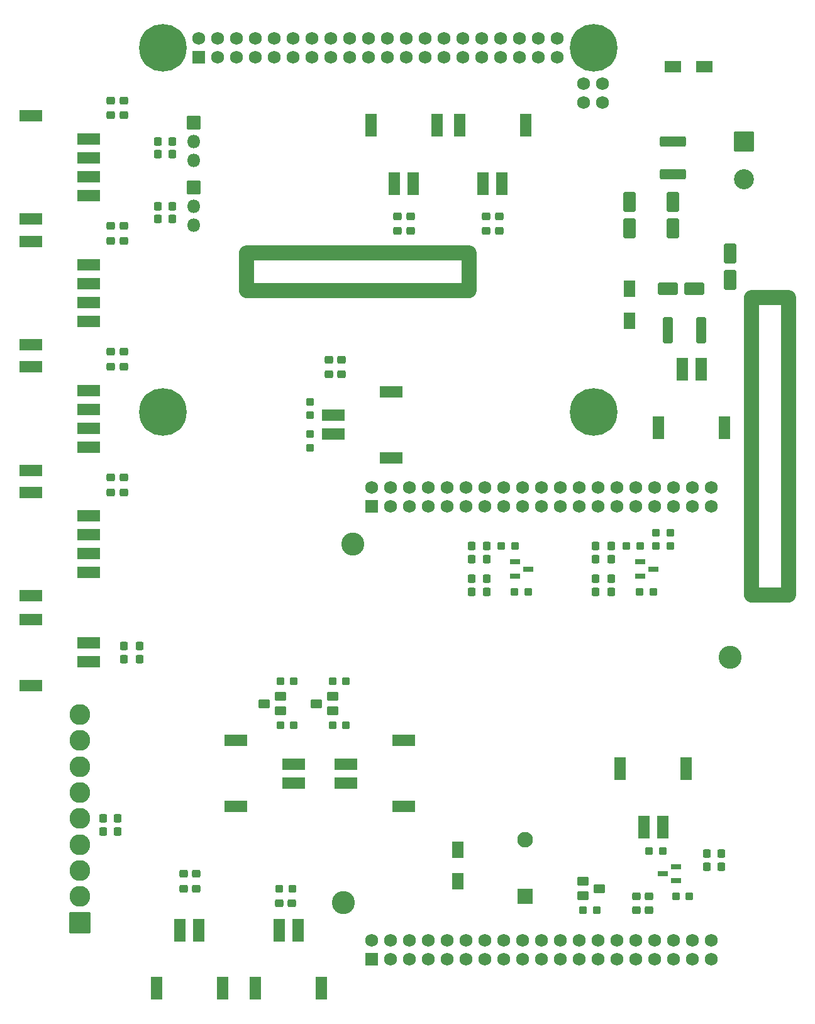
<source format=gbr>
%TF.GenerationSoftware,KiCad,Pcbnew,7.0.10-7.0.10~ubuntu22.04.1*%
%TF.CreationDate,2024-02-01T23:34:11+07:00*%
%TF.ProjectId,BFMC,42464d43-2e6b-4696-9361-645f70636258,rev?*%
%TF.SameCoordinates,Original*%
%TF.FileFunction,Soldermask,Bot*%
%TF.FilePolarity,Negative*%
%FSLAX46Y46*%
G04 Gerber Fmt 4.6, Leading zero omitted, Abs format (unit mm)*
G04 Created by KiCad (PCBNEW 7.0.10-7.0.10~ubuntu22.04.1) date 2024-02-01 23:34:11*
%MOMM*%
%LPD*%
G01*
G04 APERTURE LIST*
G04 Aperture macros list*
%AMRoundRect*
0 Rectangle with rounded corners*
0 $1 Rounding radius*
0 $2 $3 $4 $5 $6 $7 $8 $9 X,Y pos of 4 corners*
0 Add a 4 corners polygon primitive as box body*
4,1,4,$2,$3,$4,$5,$6,$7,$8,$9,$2,$3,0*
0 Add four circle primitives for the rounded corners*
1,1,$1+$1,$2,$3*
1,1,$1+$1,$4,$5*
1,1,$1+$1,$6,$7*
1,1,$1+$1,$8,$9*
0 Add four rect primitives between the rounded corners*
20,1,$1+$1,$2,$3,$4,$5,0*
20,1,$1+$1,$4,$5,$6,$7,0*
20,1,$1+$1,$6,$7,$8,$9,0*
20,1,$1+$1,$8,$9,$2,$3,0*%
G04 Aperture macros list end*
%ADD10C,2.000000*%
%ADD11RoundRect,0.262900X0.262900X-0.275400X0.262900X0.275400X-0.262900X0.275400X-0.262900X-0.275400X0*%
%ADD12RoundRect,0.262900X-0.262900X0.275400X-0.262900X-0.275400X0.262900X-0.275400X0.262900X0.275400X0*%
%ADD13RoundRect,0.050800X1.350000X-1.350000X1.350000X1.350000X-1.350000X1.350000X-1.350000X-1.350000X0*%
%ADD14C,2.801600*%
%ADD15C,3.101600*%
%ADD16RoundRect,0.102000X0.765000X-0.765000X0.765000X0.765000X-0.765000X0.765000X-0.765000X-0.765000X0*%
%ADD17C,1.734000*%
%ADD18RoundRect,0.050800X-0.850000X-0.850000X0.850000X-0.850000X0.850000X0.850000X-0.850000X0.850000X0*%
%ADD19O,1.801600X1.801600*%
%ADD20C,6.404000*%
%ADD21C,1.728000*%
%ADD22RoundRect,0.102000X-0.762000X-0.762000X0.762000X-0.762000X0.762000X0.762000X-0.762000X0.762000X0*%
%ADD23RoundRect,0.262900X0.325400X0.262900X-0.325400X0.262900X-0.325400X-0.262900X0.325400X-0.262900X0*%
%ADD24RoundRect,0.262900X-0.262900X0.325400X-0.262900X-0.325400X0.262900X-0.325400X0.262900X0.325400X0*%
%ADD25RoundRect,0.050800X1.500000X-0.700000X1.500000X0.700000X-1.500000X0.700000X-1.500000X-0.700000X0*%
%ADD26RoundRect,0.050800X1.500000X-0.750000X1.500000X0.750000X-1.500000X0.750000X-1.500000X-0.750000X0*%
%ADD27RoundRect,0.262900X0.275400X0.262900X-0.275400X0.262900X-0.275400X-0.262900X0.275400X-0.262900X0*%
%ADD28RoundRect,0.262900X0.262900X-0.325400X0.262900X0.325400X-0.262900X0.325400X-0.262900X-0.325400X0*%
%ADD29RoundRect,0.262900X-0.275400X-0.262900X0.275400X-0.262900X0.275400X0.262900X-0.275400X0.262900X0*%
%ADD30RoundRect,0.265875X-1.084925X-0.584925X1.084925X-0.584925X1.084925X0.584925X-1.084925X0.584925X0*%
%ADD31RoundRect,0.050800X-0.750000X1.041400X-0.750000X-1.041400X0.750000X-1.041400X0.750000X1.041400X0*%
%ADD32RoundRect,0.050800X-0.750000X1.045000X-0.750000X-1.045000X0.750000X-1.045000X0.750000X1.045000X0*%
%ADD33RoundRect,0.050800X-1.500000X0.700000X-1.500000X-0.700000X1.500000X-0.700000X1.500000X0.700000X0*%
%ADD34RoundRect,0.050800X-1.500000X0.750000X-1.500000X-0.750000X1.500000X-0.750000X1.500000X0.750000X0*%
%ADD35RoundRect,0.050800X-1.300000X1.300000X-1.300000X-1.300000X1.300000X-1.300000X1.300000X1.300000X0*%
%ADD36C,2.701600*%
%ADD37RoundRect,0.050800X-1.041400X-0.750000X1.041400X-0.750000X1.041400X0.750000X-1.041400X0.750000X0*%
%ADD38RoundRect,0.050800X-1.045000X-0.750000X1.045000X-0.750000X1.045000X0.750000X-1.045000X0.750000X0*%
%ADD39RoundRect,0.265875X-0.584925X1.084925X-0.584925X-1.084925X0.584925X-1.084925X0.584925X1.084925X0*%
%ADD40RoundRect,0.050800X0.660400X-0.279400X0.660400X0.279400X-0.660400X0.279400X-0.660400X-0.279400X0*%
%ADD41RoundRect,0.050800X-0.700000X-1.500000X0.700000X-1.500000X0.700000X1.500000X-0.700000X1.500000X0*%
%ADD42RoundRect,0.050800X-0.750000X-1.500000X0.750000X-1.500000X0.750000X1.500000X-0.750000X1.500000X0*%
%ADD43RoundRect,0.269538X-1.481262X0.431262X-1.481262X-0.431262X1.481262X-0.431262X1.481262X0.431262X0*%
%ADD44RoundRect,0.269538X0.431262X1.481262X-0.431262X1.481262X-0.431262X-1.481262X0.431262X-1.481262X0*%
%ADD45RoundRect,0.050800X0.700000X1.500000X-0.700000X1.500000X-0.700000X-1.500000X0.700000X-1.500000X0*%
%ADD46RoundRect,0.050800X0.750000X1.500000X-0.750000X1.500000X-0.750000X-1.500000X0.750000X-1.500000X0*%
%ADD47RoundRect,0.050800X-0.700000X0.500000X-0.700000X-0.500000X0.700000X-0.500000X0.700000X0.500000X0*%
%ADD48RoundRect,0.050800X0.750000X-1.041400X0.750000X1.041400X-0.750000X1.041400X-0.750000X-1.041400X0*%
%ADD49RoundRect,0.050800X0.750000X-1.045000X0.750000X1.045000X-0.750000X1.045000X-0.750000X-1.045000X0*%
%ADD50RoundRect,0.050800X0.700000X-0.500000X0.700000X0.500000X-0.700000X0.500000X-0.700000X-0.500000X0*%
%ADD51RoundRect,0.050800X-0.660400X0.279400X-0.660400X-0.279400X0.660400X-0.279400X0.660400X0.279400X0*%
%ADD52RoundRect,0.050800X1.000000X-1.000000X1.000000X1.000000X-1.000000X1.000000X-1.000000X-1.000000X0*%
%ADD53C,2.101600*%
%ADD54RoundRect,0.262900X-0.325400X-0.262900X0.325400X-0.262900X0.325400X0.262900X-0.325400X0.262900X0*%
G04 APERTURE END LIST*
D10*
X142000000Y-57000000D02*
X147000000Y-57000000D01*
X147000000Y-97000000D01*
X142000000Y-97000000D01*
X142000000Y-57000000D01*
X74000000Y-51000000D02*
X104000000Y-51000000D01*
X104000000Y-56000000D01*
X74000000Y-56000000D01*
X74000000Y-51000000D01*
D11*
%TO.C,R12*%
X131064000Y-90430350D03*
X131064000Y-88605350D03*
%TD*%
D12*
%TO.C,R11*%
X129133600Y-88605350D03*
X129133600Y-90430350D03*
%TD*%
D13*
%TO.C,J18*%
X51587400Y-141097000D03*
D14*
X51587400Y-137597000D03*
X51587400Y-134097000D03*
X51587400Y-130597000D03*
X51587400Y-127097000D03*
X51587400Y-123597000D03*
X51587400Y-120097000D03*
X51587400Y-116597000D03*
X51587400Y-113097000D03*
%TD*%
D15*
%TO.C,U1*%
X87111600Y-138455400D03*
X139181600Y-105435400D03*
X88381600Y-90195400D03*
D16*
X90921600Y-146075400D03*
D17*
X90921600Y-143535400D03*
X93461600Y-146075400D03*
X93461600Y-143535400D03*
X96001600Y-146075400D03*
X96001600Y-143535400D03*
X98541600Y-146075400D03*
X98541600Y-143535400D03*
X101081600Y-146075400D03*
X101081600Y-143535400D03*
X103621600Y-146075400D03*
X103621600Y-143535400D03*
X106161600Y-146075400D03*
X106161600Y-143535400D03*
X108701600Y-146075400D03*
X108701600Y-143535400D03*
X111241600Y-146075400D03*
X111241600Y-143535400D03*
X113781600Y-146075400D03*
X113781600Y-143535400D03*
X116321600Y-146075400D03*
X116321600Y-143535400D03*
X118861600Y-146075400D03*
X118861600Y-143535400D03*
X121401600Y-146075400D03*
X121401600Y-143535400D03*
X123941600Y-146075400D03*
X123941600Y-143535400D03*
X126481600Y-146075400D03*
X126481600Y-143535400D03*
X129021600Y-146075400D03*
X129021600Y-143535400D03*
X131561600Y-146075400D03*
X131561600Y-143535400D03*
X134101600Y-146075400D03*
X134101600Y-143535400D03*
X136641600Y-146075400D03*
X136641600Y-143535400D03*
D16*
X90921600Y-85115400D03*
D17*
X90921600Y-82575400D03*
X93461600Y-85115400D03*
X93461600Y-82575400D03*
X96001600Y-85115400D03*
X96001600Y-82575400D03*
X98541600Y-85115400D03*
X98541600Y-82575400D03*
X101081600Y-85115400D03*
X101081600Y-82575400D03*
X103621600Y-85115400D03*
X103621600Y-82575400D03*
X106161600Y-85115400D03*
X106161600Y-82575400D03*
X108701600Y-85115400D03*
X108701600Y-82575400D03*
X111241600Y-85115400D03*
X111241600Y-82575400D03*
X113781600Y-85115400D03*
X113781600Y-82575400D03*
X116321600Y-85115400D03*
X116321600Y-82575400D03*
X118861600Y-85115400D03*
X118861600Y-82575400D03*
X121401600Y-85115400D03*
X121401600Y-82575400D03*
X123941600Y-85115400D03*
X123941600Y-82575400D03*
X126481600Y-85115400D03*
X126481600Y-82575400D03*
X129021600Y-85115400D03*
X129021600Y-82575400D03*
X131561600Y-85115400D03*
X131561600Y-82575400D03*
X134101600Y-85115400D03*
X134101600Y-82575400D03*
X136641600Y-85115400D03*
X136641600Y-82575400D03*
%TD*%
D18*
%TO.C,J6*%
X66929000Y-42113200D03*
D19*
X66929000Y-44653200D03*
X66929000Y-47193200D03*
%TD*%
D18*
%TO.C,J5*%
X66929000Y-33426400D03*
D19*
X66929000Y-35966400D03*
X66929000Y-38506400D03*
%TD*%
D20*
%TO.C,U2*%
X62763400Y-72364600D03*
X120763400Y-72364600D03*
X120763400Y-23364600D03*
X62763400Y-23364600D03*
D21*
X119453400Y-28217600D03*
X119453400Y-30757600D03*
X121993400Y-28217600D03*
X121993400Y-30757600D03*
X115893400Y-22094600D03*
X115893400Y-24634600D03*
X113353400Y-22094600D03*
X113353400Y-24634600D03*
X110813400Y-22094600D03*
X110813400Y-24634600D03*
X108273400Y-22094600D03*
X108273400Y-24634600D03*
X105733400Y-22094600D03*
X105733400Y-24634600D03*
X103193400Y-22094600D03*
X103193400Y-24634600D03*
X100653400Y-22094600D03*
X100653400Y-24634600D03*
X98113400Y-22094600D03*
X98113400Y-24634600D03*
X95573400Y-22094600D03*
X95573400Y-24634600D03*
X93033400Y-22094600D03*
X93033400Y-24634600D03*
X90493400Y-22094600D03*
X90493400Y-24634600D03*
X87953400Y-22094600D03*
X87953400Y-24634600D03*
X85413400Y-22094600D03*
X85413400Y-24634600D03*
X82873400Y-22094600D03*
X82873400Y-24634600D03*
X80333400Y-22094600D03*
X80333400Y-24634600D03*
X77793400Y-22094600D03*
X77793400Y-24634600D03*
X75253400Y-22094600D03*
X75253400Y-24634600D03*
X72713400Y-22094600D03*
X72713400Y-24634600D03*
X70173400Y-22094600D03*
X70173400Y-24634600D03*
X67633400Y-22094600D03*
D22*
X67633400Y-24634600D03*
%TD*%
D23*
%TO.C,C28*%
X57504500Y-30454600D03*
X55779500Y-30454600D03*
%TD*%
D24*
%TO.C,C7*%
X104368600Y-90430350D03*
X104368600Y-92155350D03*
%TD*%
D25*
%TO.C,J13*%
X45006600Y-97120000D03*
X45006600Y-83220000D03*
D26*
X52806600Y-86360000D03*
X52806600Y-88900000D03*
X52806600Y-91440000D03*
X52806600Y-93980000D03*
%TD*%
D27*
%TO.C,R18*%
X87426800Y-114579400D03*
X85601800Y-114579400D03*
%TD*%
D28*
%TO.C,C37*%
X57562000Y-105612100D03*
X57562000Y-103887100D03*
%TD*%
D23*
%TO.C,C35*%
X57504500Y-83185000D03*
X55779500Y-83185000D03*
%TD*%
D25*
%TO.C,J11*%
X45006600Y-63321066D03*
X45006600Y-49421066D03*
D26*
X52806600Y-52561066D03*
X52806600Y-55101066D03*
X52806600Y-57641066D03*
X52806600Y-60181066D03*
%TD*%
D24*
%TO.C,C8*%
X123101950Y-90430350D03*
X123101950Y-92155350D03*
%TD*%
%TO.C,C21*%
X64065000Y-44653200D03*
X64065000Y-46378200D03*
%TD*%
D29*
%TO.C,R10*%
X110116450Y-96577150D03*
X111941450Y-96577150D03*
%TD*%
D23*
%TO.C,C16*%
X126508950Y-137541000D03*
X128233950Y-137541000D03*
%TD*%
D30*
%TO.C,C1*%
X130754200Y-55803800D03*
X134354200Y-55803800D03*
%TD*%
D27*
%TO.C,R16*%
X87426800Y-108635800D03*
X85601800Y-108635800D03*
%TD*%
D31*
%TO.C,D1*%
X125552200Y-60067400D03*
D32*
X125552200Y-55803800D03*
%TD*%
D33*
%TO.C,J7*%
X93499800Y-69641800D03*
X93499800Y-78541800D03*
D34*
X85699800Y-75361800D03*
X85699800Y-72821800D03*
%TD*%
D23*
%TO.C,C29*%
X57504500Y-47320200D03*
X55779500Y-47320200D03*
%TD*%
D35*
%TO.C,J2*%
X140980200Y-35966400D03*
D36*
X140980200Y-41046400D03*
%TD*%
D24*
%TO.C,C18*%
X64065000Y-35966400D03*
X64065000Y-37691400D03*
%TD*%
%TO.C,C6*%
X106400600Y-90430350D03*
X106400600Y-92155350D03*
%TD*%
D11*
%TO.C,R14*%
X82550200Y-77186800D03*
X82550200Y-75361800D03*
%TD*%
D33*
%TO.C,J17*%
X95226800Y-116606400D03*
X95226800Y-125506400D03*
D34*
X87426800Y-122326400D03*
X87426800Y-119786400D03*
%TD*%
D23*
%TO.C,C27*%
X108025100Y-46073400D03*
X106300100Y-46073400D03*
%TD*%
D37*
%TO.C,D2*%
X135657800Y-25857200D03*
D38*
X131394200Y-25857200D03*
%TD*%
D39*
%TO.C,C2*%
X131394200Y-44097800D03*
X131394200Y-47697800D03*
%TD*%
D24*
%TO.C,C9*%
X121011000Y-90430350D03*
X121011000Y-92155350D03*
%TD*%
D28*
%TO.C,C12*%
X106400600Y-96577150D03*
X106400600Y-94852150D03*
%TD*%
D29*
%TO.C,R6*%
X125200400Y-90430350D03*
X127025400Y-90430350D03*
%TD*%
D28*
%TO.C,C13*%
X104368600Y-96577150D03*
X104368600Y-94852150D03*
%TD*%
D23*
%TO.C,C32*%
X57504500Y-64211200D03*
X55779500Y-64211200D03*
%TD*%
D40*
%TO.C,Q3*%
X110149000Y-94456250D03*
X110149000Y-92551250D03*
X111941450Y-93503750D03*
%TD*%
D41*
%TO.C,J8*%
X90774600Y-33805200D03*
X99674600Y-33805200D03*
D42*
X96494600Y-41605200D03*
X93954600Y-41605200D03*
%TD*%
D29*
%TO.C,R7*%
X108324000Y-90430350D03*
X110149000Y-90430350D03*
%TD*%
D25*
%TO.C,J16*%
X72589100Y-125506400D03*
X72589100Y-116606400D03*
D26*
X80389100Y-119786400D03*
X80389100Y-122326400D03*
%TD*%
D43*
%TO.C,F2*%
X131394200Y-35966400D03*
X131394200Y-40416400D03*
%TD*%
D24*
%TO.C,C40*%
X56692800Y-127097000D03*
X56692800Y-128822000D03*
%TD*%
D27*
%TO.C,R17*%
X80389100Y-114579400D03*
X78564100Y-114579400D03*
%TD*%
D23*
%TO.C,C17*%
X128233950Y-139471400D03*
X126508950Y-139471400D03*
%TD*%
%TO.C,C38*%
X67283500Y-134543800D03*
X65558500Y-134543800D03*
%TD*%
D12*
%TO.C,R13*%
X82550200Y-70996800D03*
X82550200Y-72821800D03*
%TD*%
D24*
%TO.C,C20*%
X62058400Y-35966400D03*
X62058400Y-37691400D03*
%TD*%
D23*
%TO.C,C25*%
X108025100Y-48029200D03*
X106300100Y-48029200D03*
%TD*%
D27*
%TO.C,R15*%
X80389100Y-108635800D03*
X78564100Y-108635800D03*
%TD*%
D44*
%TO.C,F1*%
X135204200Y-61391800D03*
X130754200Y-61391800D03*
%TD*%
D28*
%TO.C,C10*%
X135966200Y-133578600D03*
X135966200Y-131853600D03*
%TD*%
D25*
%TO.C,J14*%
X45006600Y-109199600D03*
X45006600Y-100299600D03*
D26*
X52806600Y-103479600D03*
X52806600Y-106019600D03*
%TD*%
D45*
%TO.C,J3*%
X84129800Y-149925800D03*
X75229800Y-149925800D03*
D46*
X78409800Y-142125800D03*
X80949800Y-142125800D03*
%TD*%
D25*
%TO.C,J10*%
X45006600Y-46421600D03*
X45006600Y-32521600D03*
D26*
X52806600Y-35661600D03*
X52806600Y-38201600D03*
X52806600Y-40741600D03*
X52806600Y-43281600D03*
%TD*%
D23*
%TO.C,C31*%
X57504500Y-49326800D03*
X55779500Y-49326800D03*
%TD*%
D28*
%TO.C,C15*%
X121011000Y-96577150D03*
X121011000Y-94852150D03*
%TD*%
%TO.C,C11*%
X137972800Y-133578600D03*
X137972800Y-131853600D03*
%TD*%
D45*
%TO.C,J1*%
X138384200Y-74462400D03*
X129484200Y-74462400D03*
D46*
X132664200Y-66662400D03*
X135204200Y-66662400D03*
%TD*%
D28*
%TO.C,C39*%
X59613800Y-105612100D03*
X59613800Y-103887100D03*
%TD*%
D27*
%TO.C,R19*%
X121181500Y-139471400D03*
X119356500Y-139471400D03*
%TD*%
D25*
%TO.C,J12*%
X45006600Y-80220532D03*
X45006600Y-66320532D03*
D26*
X52806600Y-69460532D03*
X52806600Y-72000532D03*
X52806600Y-74540532D03*
X52806600Y-77080532D03*
%TD*%
D47*
%TO.C,Q4*%
X78564100Y-110672800D03*
X78564100Y-112572800D03*
X76364100Y-111622800D03*
%TD*%
D23*
%TO.C,C34*%
X57504500Y-66268600D03*
X55779500Y-66268600D03*
%TD*%
D39*
%TO.C,C4*%
X125552200Y-44097800D03*
X125552200Y-47697800D03*
%TD*%
D29*
%TO.C,R8*%
X128233950Y-131470400D03*
X130058950Y-131470400D03*
%TD*%
D28*
%TO.C,C14*%
X123101950Y-96577150D03*
X123101950Y-94852150D03*
%TD*%
D23*
%TO.C,C24*%
X96092100Y-48029200D03*
X94367100Y-48029200D03*
%TD*%
D48*
%TO.C,D3*%
X102489000Y-131283200D03*
D49*
X102489000Y-135546800D03*
%TD*%
D47*
%TO.C,Q5*%
X85601800Y-110672800D03*
X85601800Y-112572800D03*
X83401800Y-111622800D03*
%TD*%
D50*
%TO.C,Q6*%
X119356500Y-137464800D03*
X119356500Y-135564800D03*
X121556500Y-136514800D03*
%TD*%
D40*
%TO.C,Q2*%
X127025400Y-94456250D03*
X127025400Y-92551250D03*
X128817850Y-93503750D03*
%TD*%
D23*
%TO.C,C30*%
X57504500Y-32385000D03*
X55779500Y-32385000D03*
%TD*%
D51*
%TO.C,Q1*%
X131851400Y-133578600D03*
X131851400Y-135483600D03*
X130058950Y-134531100D03*
%TD*%
D52*
%TO.C,BZ1*%
X111506000Y-137591800D03*
D53*
X111506000Y-129991800D03*
%TD*%
D23*
%TO.C,C33*%
X57504500Y-81203800D03*
X55779500Y-81203800D03*
%TD*%
%TO.C,C26*%
X96087100Y-46073400D03*
X94362100Y-46073400D03*
%TD*%
D41*
%TO.C,J9*%
X102712600Y-33805200D03*
X111612600Y-33805200D03*
D42*
X108432600Y-41605200D03*
X105892600Y-41605200D03*
%TD*%
D27*
%TO.C,R5*%
X133676400Y-137541000D03*
X131851400Y-137541000D03*
%TD*%
D54*
%TO.C,C22*%
X85116500Y-65379600D03*
X86841500Y-65379600D03*
%TD*%
D29*
%TO.C,R9*%
X126981900Y-96577150D03*
X128806900Y-96577150D03*
%TD*%
D41*
%TO.C,J4*%
X124338950Y-120419200D03*
X133238950Y-120419200D03*
D42*
X130058950Y-128219200D03*
X127518950Y-128219200D03*
%TD*%
D23*
%TO.C,C36*%
X67284600Y-136525000D03*
X65559600Y-136525000D03*
%TD*%
D45*
%TO.C,J15*%
X70799800Y-149925800D03*
X61899800Y-149925800D03*
D46*
X65079800Y-142125800D03*
X67619800Y-142125800D03*
%TD*%
D39*
%TO.C,C3*%
X139166600Y-51006600D03*
X139166600Y-54606600D03*
%TD*%
D24*
%TO.C,C41*%
X54686200Y-127097000D03*
X54686200Y-128822000D03*
%TD*%
%TO.C,C19*%
X62058400Y-44653200D03*
X62058400Y-46378200D03*
%TD*%
D54*
%TO.C,C23*%
X85115400Y-67335400D03*
X86840400Y-67335400D03*
%TD*%
%TO.C,C5*%
X78409800Y-138506200D03*
X80134800Y-138506200D03*
%TD*%
D27*
%TO.C,R3*%
X80234800Y-136525000D03*
X78409800Y-136525000D03*
%TD*%
M02*

</source>
